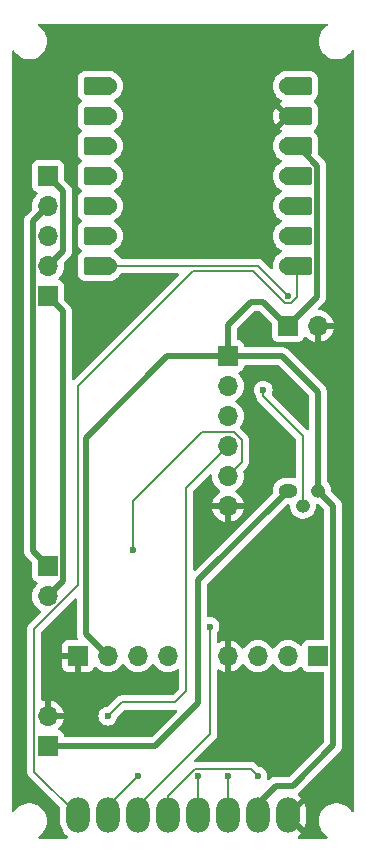
<source format=gtl>
%TF.GenerationSoftware,KiCad,Pcbnew,8.0.5*%
%TF.CreationDate,2024-11-23T17:52:30+00:00*%
%TF.ProjectId,DataGadget,44617461-4761-4646-9765-742e6b696361,rev?*%
%TF.SameCoordinates,Original*%
%TF.FileFunction,Copper,L1,Top*%
%TF.FilePolarity,Positive*%
%FSLAX46Y46*%
G04 Gerber Fmt 4.6, Leading zero omitted, Abs format (unit mm)*
G04 Created by KiCad (PCBNEW 8.0.5) date 2024-11-23 17:52:30*
%MOMM*%
%LPD*%
G01*
G04 APERTURE LIST*
G04 Aperture macros list*
%AMRoundRect*
0 Rectangle with rounded corners*
0 $1 Rounding radius*
0 $2 $3 $4 $5 $6 $7 $8 $9 X,Y pos of 4 corners*
0 Add a 4 corners polygon primitive as box body*
4,1,4,$2,$3,$4,$5,$6,$7,$8,$9,$2,$3,0*
0 Add four circle primitives for the rounded corners*
1,1,$1+$1,$2,$3*
1,1,$1+$1,$4,$5*
1,1,$1+$1,$6,$7*
1,1,$1+$1,$8,$9*
0 Add four rect primitives between the rounded corners*
20,1,$1+$1,$2,$3,$4,$5,0*
20,1,$1+$1,$4,$5,$6,$7,0*
20,1,$1+$1,$6,$7,$8,$9,0*
20,1,$1+$1,$8,$9,$2,$3,0*%
G04 Aperture macros list end*
%TA.AperFunction,ComponentPad*%
%ADD10R,1.700000X1.700000*%
%TD*%
%TA.AperFunction,ComponentPad*%
%ADD11O,1.700000X1.700000*%
%TD*%
%TA.AperFunction,SMDPad,CuDef*%
%ADD12O,2.000000X3.000000*%
%TD*%
%TA.AperFunction,SMDPad,CuDef*%
%ADD13RoundRect,0.152400X1.063600X0.609600X-1.063600X0.609600X-1.063600X-0.609600X1.063600X-0.609600X0*%
%TD*%
%TA.AperFunction,ComponentPad*%
%ADD14C,1.524000*%
%TD*%
%TA.AperFunction,SMDPad,CuDef*%
%ADD15RoundRect,0.152400X-1.063600X-0.609600X1.063600X-0.609600X1.063600X0.609600X-1.063600X0.609600X0*%
%TD*%
%TA.AperFunction,ComponentPad*%
%ADD16O,1.600000X1.200000*%
%TD*%
%TA.AperFunction,ComponentPad*%
%ADD17O,1.200000X1.200000*%
%TD*%
%TA.AperFunction,ViaPad*%
%ADD18C,0.600000*%
%TD*%
%TA.AperFunction,Conductor*%
%ADD19C,0.200000*%
%TD*%
%TA.AperFunction,Conductor*%
%ADD20C,0.500000*%
%TD*%
G04 APERTURE END LIST*
D10*
%TO.P,A1,1,GND*%
%TO.N,GND*%
X83820000Y-127000000D03*
D11*
%TO.P,A1,2,VCC*%
%TO.N,+3V3*%
X86360000Y-127000000D03*
%TO.P,A1,3,SCL*%
%TO.N,Net-(A1-SCL)*%
X88900000Y-127000000D03*
%TO.P,A1,4,SDA*%
%TO.N,Net-(A1-SDA)*%
X91440000Y-127000000D03*
%TD*%
D10*
%TO.P,J1,1,Pin_1*%
%TO.N,Net-(A2-A1_D1)*%
X104140000Y-127000000D03*
D11*
%TO.P,J1,2,Pin_2*%
%TO.N,Net-(A2-A2_D2)*%
X101600000Y-127000000D03*
%TO.P,J1,3,Pin_3*%
%TO.N,Net-(A2-A3_D3)*%
X99060000Y-127000000D03*
%TO.P,J1,4,Pin_4*%
%TO.N,GND*%
X96520000Y-127000000D03*
%TD*%
D10*
%TO.P,A3,1,3V3*%
%TO.N,+3V3*%
X96520000Y-101600000D03*
D11*
%TO.P,A3,2,CS*%
%TO.N,Net-(A2-A0_D0)*%
X96520000Y-104140000D03*
%TO.P,A3,3,MOSI*%
%TO.N,Net-(A2-MOSI_D10)*%
X96520000Y-106680000D03*
%TO.P,A3,4,CLK*%
%TO.N,Net-(A2-SCK_D8)*%
X96520000Y-109220000D03*
%TO.P,A3,5,MISO*%
%TO.N,Net-(A2-MISO_D9)*%
X96520000Y-111760000D03*
%TO.P,A3,6,GND*%
%TO.N,GND*%
X96520000Y-114300000D03*
%TD*%
D10*
%TO.P,BT1,1,+*%
%TO.N,Net-(BT1-+)*%
X81280000Y-119380000D03*
D11*
%TO.P,BT1,2,-*%
%TO.N,Net-(BT1--)*%
X81280000Y-121920000D03*
%TD*%
D10*
%TO.P,SW1,1,A*%
%TO.N,Net-(J2-Pin_2)*%
X81280000Y-86360000D03*
D11*
%TO.P,SW1,2,B*%
%TO.N,Net-(BT1-+)*%
X81280000Y-88900000D03*
%TO.P,SW1,3,C*%
%TO.N,unconnected-(SW1-C-Pad3)*%
X81280000Y-91440000D03*
%TD*%
D10*
%TO.P,J2,1,Pin_1*%
%TO.N,Net-(BT1--)*%
X81280000Y-96520000D03*
D11*
%TO.P,J2,2,Pin_2*%
%TO.N,Net-(J2-Pin_2)*%
X81280000Y-93980000D03*
%TD*%
D12*
%TO.P,J4,1,Pin_1*%
%TO.N,GND*%
X101600000Y-140500000D03*
%TO.P,J4,2,Pin_2*%
%TO.N,+3V3*%
X99060000Y-140500000D03*
%TO.P,J4,3,Pin_3*%
%TO.N,Net-(A1-SCL)*%
X96520000Y-140500000D03*
%TO.P,J4,4,Pin_4*%
%TO.N,Net-(A1-SDA)*%
X93980000Y-140500000D03*
%TO.P,J4,5,Pin_5*%
%TO.N,Net-(A2-MOSI_D10)*%
X91440000Y-140500000D03*
%TO.P,J4,6,Pin_6*%
%TO.N,Net-(A2-MISO_D9)*%
X88900000Y-140500000D03*
%TO.P,J4,7,Pin_7*%
%TO.N,Net-(A2-SCK_D8)*%
X86360000Y-140500000D03*
%TO.P,J4,8,Pin_8*%
%TO.N,Net-(A2-RX_D7)*%
X83820000Y-140500000D03*
%TD*%
D10*
%TO.P,C1,1*%
%TO.N,+3V3*%
X101600000Y-99060000D03*
D11*
%TO.P,C1,2*%
%TO.N,GND*%
X104140000Y-99060000D03*
%TD*%
D13*
%TO.P,A2,1,A0_D0*%
%TO.N,Net-(A2-A0_D0)*%
X85525000Y-78740000D03*
D14*
X86360000Y-78740000D03*
D13*
%TO.P,A2,2,A1_D1*%
%TO.N,Net-(A2-A1_D1)*%
X85525000Y-81280000D03*
D14*
X86360000Y-81280000D03*
D13*
%TO.P,A2,3,A2_D2*%
%TO.N,Net-(A2-A2_D2)*%
X85525000Y-83820000D03*
D14*
X86360000Y-83820000D03*
D13*
%TO.P,A2,4,A3_D3*%
%TO.N,Net-(A2-A3_D3)*%
X85525000Y-86360000D03*
D14*
X86360000Y-86360000D03*
D13*
%TO.P,A2,5,SDA_D4*%
%TO.N,Net-(A1-SDA)*%
X85525000Y-88900000D03*
D14*
X86360000Y-88900000D03*
D13*
%TO.P,A2,6,SCL_D5*%
%TO.N,Net-(A1-SCL)*%
X85525000Y-91440000D03*
D14*
X86360000Y-91440000D03*
D13*
%TO.P,A2,7,TX_D6*%
%TO.N,Net-(A2-TX_D6)*%
X85525000Y-93980000D03*
D14*
X86360000Y-93980000D03*
%TO.P,A2,8,RX_D7*%
%TO.N,Net-(A2-RX_D7)*%
X101600000Y-93980000D03*
D15*
X102435000Y-93980000D03*
D14*
%TO.P,A2,9,SCK_D8*%
%TO.N,Net-(A2-SCK_D8)*%
X101600000Y-91440000D03*
D15*
X102435000Y-91440000D03*
D14*
%TO.P,A2,10,MISO_D9*%
%TO.N,Net-(A2-MISO_D9)*%
X101600000Y-88900000D03*
D15*
X102435000Y-88900000D03*
D14*
%TO.P,A2,11,MOSI_D10*%
%TO.N,Net-(A2-MOSI_D10)*%
X101600000Y-86360000D03*
D15*
X102435000Y-86360000D03*
D14*
%TO.P,A2,12,3V3*%
%TO.N,+3V3*%
X101600000Y-83820000D03*
D15*
X102435000Y-83820000D03*
D14*
%TO.P,A2,13,GND*%
%TO.N,GND*%
X101600000Y-81280000D03*
D15*
X102435000Y-81280000D03*
D14*
%TO.P,A2,14,5V*%
%TO.N,unconnected-(A2-5V-Pad14)*%
X101600000Y-78740000D03*
D15*
X102435000Y-78740000D03*
%TD*%
D10*
%TO.P,J3,1,Pin_1*%
%TO.N,Net-(J3-Pin_1)*%
X81280000Y-134620000D03*
D11*
%TO.P,J3,2,Pin_2*%
%TO.N,GND*%
X81280000Y-132080000D03*
%TD*%
D16*
%TO.P,Q1,1,E*%
%TO.N,Net-(J3-Pin_1)*%
X101600000Y-113000000D03*
D17*
%TO.P,Q1,2,B*%
%TO.N,Net-(A2-TX_D6)*%
X102870000Y-114270000D03*
%TO.P,Q1,3,C*%
%TO.N,+3V3*%
X104140000Y-113000000D03*
%TD*%
D18*
%TO.N,Net-(A2-MISO_D9)*%
X88500000Y-118000000D03*
X95000000Y-124500000D03*
%TO.N,Net-(A2-TX_D6)*%
X99500000Y-104500000D03*
X101600000Y-96520000D03*
%TO.N,Net-(A2-SCK_D8)*%
X86360000Y-132080000D03*
X88900000Y-137160000D03*
%TO.N,Net-(A2-MOSI_D10)*%
X99060000Y-137160000D03*
%TO.N,Net-(A1-SCL)*%
X96520000Y-137160000D03*
%TO.N,Net-(A1-SDA)*%
X93980000Y-137160000D03*
%TD*%
D19*
%TO.N,Net-(A2-MISO_D9)*%
X97670000Y-110610000D02*
X96520000Y-111760000D01*
X97670000Y-108670000D02*
X97670000Y-110610000D01*
X97070000Y-108070000D02*
X97670000Y-108670000D01*
X88500000Y-113870000D02*
X94300000Y-108070000D01*
X95000000Y-133600000D02*
X95000000Y-124500000D01*
X94300000Y-108070000D02*
X97070000Y-108070000D01*
X93430000Y-135170000D02*
X95000000Y-133600000D01*
X88500000Y-118000000D02*
X88500000Y-113870000D01*
X88900000Y-139700000D02*
X88900000Y-140500000D01*
X93430000Y-135170000D02*
X88900000Y-139700000D01*
D20*
%TO.N,+3V3*%
X105440000Y-114300000D02*
X104140000Y-113000000D01*
X105440000Y-134560000D02*
X105440000Y-114300000D01*
X99060000Y-139500000D02*
X100560000Y-138000000D01*
X100560000Y-138000000D02*
X102000000Y-138000000D01*
X102000000Y-138000000D02*
X105440000Y-134560000D01*
X99060000Y-140500000D02*
X99060000Y-139500000D01*
%TO.N,Net-(J3-Pin_1)*%
X90380000Y-134620000D02*
X94000000Y-131000000D01*
X94000000Y-120600000D02*
X101600000Y-113000000D01*
X81280000Y-134620000D02*
X90380000Y-134620000D01*
X94000000Y-131000000D02*
X94000000Y-120600000D01*
D19*
%TO.N,Net-(A2-RX_D7)*%
X102361999Y-96606530D02*
X102361999Y-94741999D01*
X102361999Y-94741999D02*
X101600000Y-93980000D01*
X101848529Y-97120000D02*
X102361999Y-96606530D01*
X101351471Y-97120000D02*
X101848529Y-97120000D01*
X98611471Y-94380000D02*
X101351471Y-97120000D01*
X93580000Y-94380000D02*
X98611471Y-94380000D01*
X83820000Y-104140000D02*
X93580000Y-94380000D01*
X80130000Y-124696346D02*
X83820000Y-121006346D01*
X80130000Y-136810000D02*
X80130000Y-124696346D01*
X83820000Y-121006346D02*
X83820000Y-104140000D01*
X83820000Y-140500000D02*
X80130000Y-136810000D01*
%TO.N,Net-(A2-TX_D6)*%
X102870000Y-108370000D02*
X102870000Y-114270000D01*
X99500000Y-105000000D02*
X102870000Y-108370000D01*
X99500000Y-104500000D02*
X99500000Y-105000000D01*
X99060000Y-93980000D02*
X101600000Y-96520000D01*
X86360000Y-93980000D02*
X99060000Y-93980000D01*
%TO.N,Net-(A2-SCK_D8)*%
X93000000Y-112740000D02*
X96520000Y-109220000D01*
X93000000Y-130000000D02*
X93000000Y-112740000D01*
X92070000Y-130930000D02*
X93000000Y-130000000D01*
X87510000Y-130930000D02*
X92070000Y-130930000D01*
X86360000Y-132080000D02*
X87510000Y-130930000D01*
X86360000Y-139700000D02*
X88900000Y-137160000D01*
X86360000Y-140500000D02*
X86360000Y-139700000D01*
%TO.N,Net-(A2-MOSI_D10)*%
X98460000Y-136560000D02*
X99060000Y-137160000D01*
X93731471Y-136560000D02*
X98460000Y-136560000D01*
X91440000Y-138851471D02*
X93731471Y-136560000D01*
X91440000Y-140500000D02*
X91440000Y-138851471D01*
%TO.N,Net-(A1-SCL)*%
X96520000Y-140500000D02*
X96520000Y-137160000D01*
%TO.N,Net-(A1-SDA)*%
X93980000Y-140500000D02*
X93980000Y-137160000D01*
D20*
%TO.N,+3V3*%
X96520000Y-98980000D02*
X96520000Y-101600000D01*
X98500000Y-97000000D02*
X96520000Y-98980000D01*
X99500000Y-97000000D02*
X98500000Y-97000000D01*
X101560000Y-99060000D02*
X99500000Y-97000000D01*
X101600000Y-99060000D02*
X101560000Y-99060000D01*
X84500000Y-108500000D02*
X91400000Y-101600000D01*
X84500000Y-125140000D02*
X84500000Y-108500000D01*
X86360000Y-127000000D02*
X84500000Y-125140000D01*
X91400000Y-101600000D02*
X96520000Y-101600000D01*
X101100000Y-101600000D02*
X104140000Y-104640000D01*
X96520000Y-101600000D02*
X101100000Y-101600000D01*
X104140000Y-104640000D02*
X104140000Y-113000000D01*
X104101000Y-96559000D02*
X104101000Y-85486000D01*
X104101000Y-85486000D02*
X102435000Y-83820000D01*
X102435000Y-83820000D02*
X101600000Y-83820000D01*
X101600000Y-99060000D02*
X104101000Y-96559000D01*
%TO.N,Net-(BT1--)*%
X82580000Y-97820000D02*
X81280000Y-96520000D01*
X81280000Y-121920000D02*
X82580000Y-120620000D01*
X82580000Y-120620000D02*
X82580000Y-97820000D01*
%TO.N,Net-(J2-Pin_2)*%
X82580000Y-92680000D02*
X81280000Y-93980000D01*
X82580000Y-87660000D02*
X82580000Y-92680000D01*
X81280000Y-86360000D02*
X82580000Y-87660000D01*
%TO.N,Net-(BT1-+)*%
X79980000Y-90200000D02*
X81280000Y-88900000D01*
X79980000Y-118080000D02*
X79980000Y-90200000D01*
X81280000Y-119380000D02*
X79980000Y-118080000D01*
%TD*%
%TA.AperFunction,Conductor*%
%TO.N,GND*%
G36*
X104905546Y-73470185D02*
G01*
X104951301Y-73522989D01*
X104961245Y-73592147D01*
X104932220Y-73655703D01*
X104897526Y-73683554D01*
X104894785Y-73685037D01*
X104886493Y-73689524D01*
X104690257Y-73842261D01*
X104521833Y-74025217D01*
X104385826Y-74233393D01*
X104285936Y-74461118D01*
X104224892Y-74702175D01*
X104224890Y-74702187D01*
X104204357Y-74949994D01*
X104204357Y-74950005D01*
X104224890Y-75197812D01*
X104224892Y-75197824D01*
X104285936Y-75438881D01*
X104385826Y-75666606D01*
X104521833Y-75874782D01*
X104521836Y-75874785D01*
X104690256Y-76057738D01*
X104886491Y-76210474D01*
X105105190Y-76328828D01*
X105340386Y-76409571D01*
X105585665Y-76450500D01*
X105834335Y-76450500D01*
X106079614Y-76409571D01*
X106314810Y-76328828D01*
X106533509Y-76210474D01*
X106729744Y-76057738D01*
X106898164Y-75874785D01*
X106981691Y-75746937D01*
X107034837Y-75701580D01*
X107104069Y-75692156D01*
X107167404Y-75721658D01*
X107204736Y-75780718D01*
X107209500Y-75814758D01*
X107209500Y-140085241D01*
X107189815Y-140152280D01*
X107137011Y-140198035D01*
X107067853Y-140207979D01*
X107004297Y-140178954D01*
X106981691Y-140153063D01*
X106959620Y-140119281D01*
X106898164Y-140025215D01*
X106729744Y-139842262D01*
X106533509Y-139689526D01*
X106533507Y-139689525D01*
X106533506Y-139689524D01*
X106314811Y-139571172D01*
X106314802Y-139571169D01*
X106079616Y-139490429D01*
X105834335Y-139449500D01*
X105585665Y-139449500D01*
X105340383Y-139490429D01*
X105105197Y-139571169D01*
X105105188Y-139571172D01*
X104886493Y-139689524D01*
X104690257Y-139842261D01*
X104521833Y-140025217D01*
X104385826Y-140233393D01*
X104285936Y-140461118D01*
X104224892Y-140702175D01*
X104224890Y-140702187D01*
X104204357Y-140949994D01*
X104204357Y-140950005D01*
X104224890Y-141197812D01*
X104224892Y-141197824D01*
X104285936Y-141438881D01*
X104385826Y-141666606D01*
X104521833Y-141874782D01*
X104544848Y-141899783D01*
X104690256Y-142057738D01*
X104886491Y-142210474D01*
X104897525Y-142216445D01*
X104947115Y-142265665D01*
X104962223Y-142333881D01*
X104938053Y-142399437D01*
X104882277Y-142441518D01*
X104838507Y-142449500D01*
X102538519Y-142449500D01*
X102471480Y-142429815D01*
X102425725Y-142377011D01*
X102415781Y-142307853D01*
X102444806Y-142244297D01*
X102465634Y-142225182D01*
X102577180Y-142144138D01*
X102577186Y-142144133D01*
X102733883Y-141987436D01*
X102733883Y-141987435D01*
X101334128Y-140587680D01*
X101300643Y-140526357D01*
X101302528Y-140499999D01*
X101953553Y-140499999D01*
X101953553Y-140500001D01*
X102999728Y-141546176D01*
X103063065Y-141351245D01*
X103100000Y-141118052D01*
X103100000Y-139881947D01*
X103063065Y-139648751D01*
X102999729Y-139453823D01*
X102999728Y-139453822D01*
X101953553Y-140499999D01*
X101302528Y-140499999D01*
X101305627Y-140456665D01*
X101334128Y-140412318D01*
X101600000Y-140146447D01*
X102733883Y-139012564D01*
X102733883Y-139012562D01*
X102577187Y-138855867D01*
X102577185Y-138855866D01*
X102478127Y-138783895D01*
X102435462Y-138728565D01*
X102429483Y-138658951D01*
X102462089Y-138597156D01*
X102474028Y-138587221D01*
X102473701Y-138586822D01*
X102478410Y-138582955D01*
X102478416Y-138582952D01*
X106022952Y-135038415D01*
X106089903Y-134938215D01*
X106105084Y-134915495D01*
X106152392Y-134801284D01*
X106161659Y-134778912D01*
X106190500Y-134633917D01*
X106190500Y-134486082D01*
X106190500Y-114226082D01*
X106182573Y-114186233D01*
X106161659Y-114081088D01*
X106128518Y-114001080D01*
X106128518Y-114001079D01*
X106105085Y-113944506D01*
X106105083Y-113944503D01*
X106022954Y-113821588D01*
X106022953Y-113821587D01*
X106022951Y-113821584D01*
X105918416Y-113717049D01*
X105281352Y-113079985D01*
X105247867Y-113018662D01*
X105245562Y-113003745D01*
X105226397Y-112796917D01*
X105170582Y-112600750D01*
X105159032Y-112577555D01*
X105089458Y-112437830D01*
X105079673Y-112418179D01*
X104956764Y-112255421D01*
X104930960Y-112231897D01*
X104894680Y-112172185D01*
X104890500Y-112140261D01*
X104890500Y-104566079D01*
X104861659Y-104421092D01*
X104861658Y-104421091D01*
X104861658Y-104421087D01*
X104861656Y-104421082D01*
X104805087Y-104284511D01*
X104805080Y-104284498D01*
X104722952Y-104161585D01*
X104701366Y-104139999D01*
X104618416Y-104057049D01*
X101578416Y-101017048D01*
X101578415Y-101017047D01*
X101578413Y-101017045D01*
X101529179Y-100984150D01*
X101496355Y-100962218D01*
X101455495Y-100934916D01*
X101455494Y-100934915D01*
X101455492Y-100934914D01*
X101455490Y-100934913D01*
X101318917Y-100878343D01*
X101318907Y-100878340D01*
X101173920Y-100849500D01*
X101173918Y-100849500D01*
X97994499Y-100849500D01*
X97927460Y-100829815D01*
X97881705Y-100777011D01*
X97870499Y-100725500D01*
X97870499Y-100702129D01*
X97870498Y-100702123D01*
X97870497Y-100702116D01*
X97864091Y-100642517D01*
X97813796Y-100507669D01*
X97813795Y-100507668D01*
X97813793Y-100507664D01*
X97727547Y-100392455D01*
X97727544Y-100392452D01*
X97612335Y-100306206D01*
X97612328Y-100306202D01*
X97477482Y-100255908D01*
X97477483Y-100255908D01*
X97417883Y-100249501D01*
X97417881Y-100249500D01*
X97417873Y-100249500D01*
X97417865Y-100249500D01*
X97394500Y-100249500D01*
X97327461Y-100229815D01*
X97281706Y-100177011D01*
X97270500Y-100125500D01*
X97270500Y-99342230D01*
X97290185Y-99275191D01*
X97306819Y-99254549D01*
X98774549Y-97786819D01*
X98835872Y-97753334D01*
X98862230Y-97750500D01*
X99137770Y-97750500D01*
X99204809Y-97770185D01*
X99225451Y-97786819D01*
X100213181Y-98774549D01*
X100246666Y-98835872D01*
X100249500Y-98862230D01*
X100249500Y-99957870D01*
X100249501Y-99957876D01*
X100255908Y-100017483D01*
X100306202Y-100152328D01*
X100306206Y-100152335D01*
X100392452Y-100267544D01*
X100392455Y-100267547D01*
X100507664Y-100353793D01*
X100507671Y-100353797D01*
X100642517Y-100404091D01*
X100642516Y-100404091D01*
X100649444Y-100404835D01*
X100702127Y-100410500D01*
X102497872Y-100410499D01*
X102557483Y-100404091D01*
X102692331Y-100353796D01*
X102807546Y-100267546D01*
X102893796Y-100152331D01*
X102943002Y-100020401D01*
X102984872Y-99964468D01*
X103050337Y-99940050D01*
X103118610Y-99954901D01*
X103146865Y-99976053D01*
X103268917Y-100098105D01*
X103462421Y-100233600D01*
X103676507Y-100333429D01*
X103676516Y-100333433D01*
X103890000Y-100390634D01*
X103890000Y-99493012D01*
X103947007Y-99525925D01*
X104074174Y-99560000D01*
X104205826Y-99560000D01*
X104332993Y-99525925D01*
X104390000Y-99493012D01*
X104390000Y-100390633D01*
X104603483Y-100333433D01*
X104603492Y-100333429D01*
X104817578Y-100233600D01*
X105011082Y-100098105D01*
X105178105Y-99931082D01*
X105313600Y-99737578D01*
X105413429Y-99523492D01*
X105413432Y-99523486D01*
X105470636Y-99310000D01*
X104573012Y-99310000D01*
X104605925Y-99252993D01*
X104640000Y-99125826D01*
X104640000Y-98994174D01*
X104605925Y-98867007D01*
X104573012Y-98810000D01*
X105470636Y-98810000D01*
X105470635Y-98809999D01*
X105413432Y-98596513D01*
X105413429Y-98596507D01*
X105313600Y-98382422D01*
X105313599Y-98382420D01*
X105178113Y-98188926D01*
X105178108Y-98188920D01*
X105011082Y-98021894D01*
X104817578Y-97886399D01*
X104603492Y-97786570D01*
X104603483Y-97786566D01*
X104375326Y-97725432D01*
X104375316Y-97725430D01*
X104291362Y-97718085D01*
X104226293Y-97692632D01*
X104185315Y-97636041D01*
X104181437Y-97566279D01*
X104214485Y-97506881D01*
X104683951Y-97037416D01*
X104766084Y-96914495D01*
X104822658Y-96777913D01*
X104832096Y-96730462D01*
X104851500Y-96632920D01*
X104851500Y-85412079D01*
X104822659Y-85267092D01*
X104822658Y-85267091D01*
X104822658Y-85267087D01*
X104766084Y-85130505D01*
X104732062Y-85079587D01*
X104732062Y-85079586D01*
X104683950Y-85007581D01*
X104187819Y-84511450D01*
X104154334Y-84450127D01*
X104151500Y-84423769D01*
X104151500Y-83144473D01*
X104151499Y-83144458D01*
X104148587Y-83107453D01*
X104148586Y-83107447D01*
X104102565Y-82949045D01*
X104102564Y-82949042D01*
X104102564Y-82949041D01*
X104018592Y-82807053D01*
X104018590Y-82807051D01*
X104018587Y-82807047D01*
X103901952Y-82690412D01*
X103901948Y-82690409D01*
X103901947Y-82690408D01*
X103844511Y-82656440D01*
X103796829Y-82605371D01*
X103784326Y-82536630D01*
X103810972Y-82472040D01*
X103844514Y-82442976D01*
X103901637Y-82409193D01*
X103901643Y-82409189D01*
X104018189Y-82292643D01*
X104018196Y-82292634D01*
X104102102Y-82150756D01*
X104102103Y-82150753D01*
X104148088Y-81992473D01*
X104148089Y-81992467D01*
X104150999Y-81955488D01*
X104150999Y-80604530D01*
X104150998Y-80604508D01*
X104148089Y-80567533D01*
X104102102Y-80409242D01*
X104018196Y-80267365D01*
X104018189Y-80267356D01*
X103901643Y-80150810D01*
X103901634Y-80150803D01*
X103844513Y-80117022D01*
X103796829Y-80065953D01*
X103784326Y-79997211D01*
X103810972Y-79932622D01*
X103844514Y-79903558D01*
X103901941Y-79869596D01*
X103901942Y-79869594D01*
X103901947Y-79869592D01*
X104018592Y-79752947D01*
X104102564Y-79610959D01*
X104148587Y-79452548D01*
X104151500Y-79415534D01*
X104151500Y-78064466D01*
X104148587Y-78027452D01*
X104102564Y-77869041D01*
X104018592Y-77727053D01*
X104018590Y-77727051D01*
X104018587Y-77727047D01*
X103901952Y-77610412D01*
X103901943Y-77610405D01*
X103759957Y-77526435D01*
X103759954Y-77526434D01*
X103601552Y-77480413D01*
X103601546Y-77480412D01*
X103564541Y-77477500D01*
X103564534Y-77477500D01*
X101660540Y-77477500D01*
X101649733Y-77477028D01*
X101625750Y-77474929D01*
X101600001Y-77472677D01*
X101599999Y-77472677D01*
X101574249Y-77474929D01*
X101550266Y-77477028D01*
X101539460Y-77477500D01*
X101305458Y-77477500D01*
X101268453Y-77480412D01*
X101268447Y-77480413D01*
X101110045Y-77526434D01*
X101110042Y-77526435D01*
X100968056Y-77610405D01*
X100968046Y-77610413D01*
X100872792Y-77705666D01*
X100856237Y-77719558D01*
X100785382Y-77769172D01*
X100629172Y-77925381D01*
X100502466Y-78106338D01*
X100502465Y-78106340D01*
X100409107Y-78306548D01*
X100409104Y-78306554D01*
X100351930Y-78519929D01*
X100351929Y-78519937D01*
X100332677Y-78739997D01*
X100332677Y-78740002D01*
X100351929Y-78960062D01*
X100351930Y-78960070D01*
X100409104Y-79173445D01*
X100409105Y-79173447D01*
X100409106Y-79173450D01*
X100502466Y-79373662D01*
X100502468Y-79373666D01*
X100557705Y-79452552D01*
X100629174Y-79554620D01*
X100785380Y-79710826D01*
X100856246Y-79760446D01*
X100872789Y-79774328D01*
X100968053Y-79869592D01*
X100968054Y-79869593D01*
X100968056Y-79869594D01*
X101025486Y-79903558D01*
X101073170Y-79954627D01*
X101085673Y-80023369D01*
X101059028Y-80087958D01*
X101025487Y-80117021D01*
X100968370Y-80150800D01*
X100968357Y-80150810D01*
X100896360Y-80222806D01*
X100896360Y-80222807D01*
X101515905Y-80842352D01*
X101428429Y-80865792D01*
X101327070Y-80924311D01*
X101244311Y-81007070D01*
X101185792Y-81108429D01*
X101162352Y-81195905D01*
X100548258Y-80581811D01*
X100502901Y-80646590D01*
X100409579Y-80846720D01*
X100409575Y-80846729D01*
X100352426Y-81060013D01*
X100352424Y-81060023D01*
X100333179Y-81279999D01*
X100333179Y-81280000D01*
X100352424Y-81499976D01*
X100352426Y-81499986D01*
X100409575Y-81713270D01*
X100409580Y-81713284D01*
X100502898Y-81913405D01*
X100502901Y-81913411D01*
X100548258Y-81978187D01*
X100548259Y-81978188D01*
X101162352Y-81364094D01*
X101185792Y-81451571D01*
X101244311Y-81552930D01*
X101327070Y-81635689D01*
X101428429Y-81694208D01*
X101515904Y-81717646D01*
X100896360Y-82337191D01*
X100968360Y-82409192D01*
X100968364Y-82409195D01*
X101025486Y-82442977D01*
X101073169Y-82494046D01*
X101085673Y-82562788D01*
X101059028Y-82627377D01*
X101025487Y-82656440D01*
X100968058Y-82690403D01*
X100968046Y-82690413D01*
X100872792Y-82785666D01*
X100856237Y-82799558D01*
X100785382Y-82849172D01*
X100629172Y-83005381D01*
X100502466Y-83186338D01*
X100502465Y-83186340D01*
X100409107Y-83386548D01*
X100409104Y-83386554D01*
X100351930Y-83599929D01*
X100351929Y-83599937D01*
X100332677Y-83819997D01*
X100332677Y-83820002D01*
X100351929Y-84040062D01*
X100351930Y-84040070D01*
X100409104Y-84253445D01*
X100409105Y-84253447D01*
X100409106Y-84253450D01*
X100488527Y-84423769D01*
X100502466Y-84453662D01*
X100502468Y-84453666D01*
X100557705Y-84532552D01*
X100629174Y-84634620D01*
X100785380Y-84790826D01*
X100856246Y-84840446D01*
X100872789Y-84854328D01*
X100968053Y-84949592D01*
X101024996Y-84983268D01*
X101072679Y-85034338D01*
X101085182Y-85103079D01*
X101058536Y-85167669D01*
X101024996Y-85196732D01*
X100968053Y-85230408D01*
X100968046Y-85230413D01*
X100872792Y-85325666D01*
X100856237Y-85339558D01*
X100785382Y-85389172D01*
X100629172Y-85545381D01*
X100502466Y-85726338D01*
X100502465Y-85726340D01*
X100409107Y-85926548D01*
X100409104Y-85926554D01*
X100351930Y-86139929D01*
X100351929Y-86139937D01*
X100332677Y-86359997D01*
X100332677Y-86360002D01*
X100351929Y-86580062D01*
X100351930Y-86580070D01*
X100409104Y-86793445D01*
X100409105Y-86793447D01*
X100409106Y-86793450D01*
X100502466Y-86993662D01*
X100502468Y-86993666D01*
X100629170Y-87174615D01*
X100629174Y-87174620D01*
X100785380Y-87330826D01*
X100856246Y-87380446D01*
X100872789Y-87394328D01*
X100968053Y-87489592D01*
X101024996Y-87523268D01*
X101072679Y-87574338D01*
X101085182Y-87643079D01*
X101058536Y-87707669D01*
X101024996Y-87736732D01*
X100968053Y-87770408D01*
X100968046Y-87770413D01*
X100872792Y-87865666D01*
X100856237Y-87879558D01*
X100785382Y-87929172D01*
X100629172Y-88085381D01*
X100502466Y-88266338D01*
X100502465Y-88266340D01*
X100409107Y-88466548D01*
X100409104Y-88466554D01*
X100351930Y-88679929D01*
X100351929Y-88679937D01*
X100332677Y-88899997D01*
X100332677Y-88900002D01*
X100351929Y-89120062D01*
X100351930Y-89120070D01*
X100409104Y-89333445D01*
X100409105Y-89333447D01*
X100409106Y-89333450D01*
X100502466Y-89533662D01*
X100502468Y-89533666D01*
X100557705Y-89612552D01*
X100629174Y-89714620D01*
X100785380Y-89870826D01*
X100856246Y-89920446D01*
X100872789Y-89934328D01*
X100968053Y-90029592D01*
X101024996Y-90063268D01*
X101072679Y-90114338D01*
X101085182Y-90183079D01*
X101058536Y-90247669D01*
X101024996Y-90276732D01*
X100968053Y-90310408D01*
X100968046Y-90310413D01*
X100872792Y-90405666D01*
X100856237Y-90419558D01*
X100785382Y-90469172D01*
X100629172Y-90625381D01*
X100502466Y-90806338D01*
X100502465Y-90806340D01*
X100409107Y-91006548D01*
X100409104Y-91006554D01*
X100351930Y-91219929D01*
X100351929Y-91219937D01*
X100332677Y-91439997D01*
X100332677Y-91440002D01*
X100351929Y-91660062D01*
X100351930Y-91660070D01*
X100409104Y-91873445D01*
X100409105Y-91873447D01*
X100409106Y-91873450D01*
X100502466Y-92073662D01*
X100502468Y-92073666D01*
X100557705Y-92152552D01*
X100629174Y-92254620D01*
X100785380Y-92410826D01*
X100856246Y-92460446D01*
X100872789Y-92474328D01*
X100968053Y-92569592D01*
X101024996Y-92603268D01*
X101072679Y-92654338D01*
X101085182Y-92723079D01*
X101058536Y-92787669D01*
X101024996Y-92816732D01*
X100968053Y-92850408D01*
X100968046Y-92850413D01*
X100872792Y-92945666D01*
X100856237Y-92959558D01*
X100785382Y-93009172D01*
X100629172Y-93165381D01*
X100502466Y-93346338D01*
X100502465Y-93346340D01*
X100409107Y-93546548D01*
X100409104Y-93546554D01*
X100351930Y-93759929D01*
X100351929Y-93759937D01*
X100332677Y-93979997D01*
X100332677Y-93980002D01*
X100343582Y-94104650D01*
X100329815Y-94173150D01*
X100281200Y-94223333D01*
X100213171Y-94239266D01*
X100147328Y-94215890D01*
X100132373Y-94203138D01*
X99547590Y-93618355D01*
X99547588Y-93618352D01*
X99428717Y-93499481D01*
X99428716Y-93499480D01*
X99341904Y-93449360D01*
X99341904Y-93449359D01*
X99341900Y-93449358D01*
X99291785Y-93420423D01*
X99139057Y-93379499D01*
X98980943Y-93379499D01*
X98973347Y-93379499D01*
X98973331Y-93379500D01*
X87545304Y-93379500D01*
X87478265Y-93359815D01*
X87443729Y-93326623D01*
X87330827Y-93165381D01*
X87274044Y-93108598D01*
X87174620Y-93009174D01*
X87174616Y-93009171D01*
X87174615Y-93009170D01*
X87103761Y-92959558D01*
X87087208Y-92945669D01*
X86991947Y-92850408D01*
X86935003Y-92816731D01*
X86887321Y-92765663D01*
X86874817Y-92696921D01*
X86901462Y-92632332D01*
X86935004Y-92603268D01*
X86991947Y-92569592D01*
X87087210Y-92474327D01*
X87103756Y-92460443D01*
X87174620Y-92410826D01*
X87330826Y-92254620D01*
X87457534Y-92073662D01*
X87550894Y-91873450D01*
X87608070Y-91660068D01*
X87627323Y-91440000D01*
X87608070Y-91219932D01*
X87550894Y-91006550D01*
X87457534Y-90806339D01*
X87330826Y-90625380D01*
X87174620Y-90469174D01*
X87174616Y-90469171D01*
X87174615Y-90469170D01*
X87103761Y-90419558D01*
X87087208Y-90405669D01*
X86991947Y-90310408D01*
X86935003Y-90276731D01*
X86887321Y-90225663D01*
X86874817Y-90156921D01*
X86901462Y-90092332D01*
X86935004Y-90063268D01*
X86991947Y-90029592D01*
X87087210Y-89934327D01*
X87103756Y-89920443D01*
X87174620Y-89870826D01*
X87330826Y-89714620D01*
X87457534Y-89533662D01*
X87550894Y-89333450D01*
X87608070Y-89120068D01*
X87627323Y-88900000D01*
X87608070Y-88679932D01*
X87550894Y-88466550D01*
X87457534Y-88266339D01*
X87330826Y-88085380D01*
X87174620Y-87929174D01*
X87174616Y-87929171D01*
X87174615Y-87929170D01*
X87103761Y-87879558D01*
X87087208Y-87865669D01*
X86991947Y-87770408D01*
X86935003Y-87736731D01*
X86887321Y-87685663D01*
X86874817Y-87616921D01*
X86901462Y-87552332D01*
X86935004Y-87523268D01*
X86991947Y-87489592D01*
X87087210Y-87394327D01*
X87103756Y-87380443D01*
X87174620Y-87330826D01*
X87330826Y-87174620D01*
X87457534Y-86993662D01*
X87550894Y-86793450D01*
X87608070Y-86580068D01*
X87627323Y-86360000D01*
X87608070Y-86139932D01*
X87550894Y-85926550D01*
X87457534Y-85726339D01*
X87330826Y-85545380D01*
X87174620Y-85389174D01*
X87174616Y-85389171D01*
X87174615Y-85389170D01*
X87103761Y-85339558D01*
X87087208Y-85325669D01*
X86991947Y-85230408D01*
X86935003Y-85196731D01*
X86887321Y-85145663D01*
X86874817Y-85076921D01*
X86901462Y-85012332D01*
X86935004Y-84983268D01*
X86991947Y-84949592D01*
X87087210Y-84854327D01*
X87103756Y-84840443D01*
X87174620Y-84790826D01*
X87330826Y-84634620D01*
X87457534Y-84453662D01*
X87550894Y-84253450D01*
X87608070Y-84040068D01*
X87627323Y-83820000D01*
X87608070Y-83599932D01*
X87550894Y-83386550D01*
X87457534Y-83186339D01*
X87330826Y-83005380D01*
X87174620Y-82849174D01*
X87174616Y-82849171D01*
X87174615Y-82849170D01*
X87103761Y-82799558D01*
X87087208Y-82785669D01*
X86991947Y-82690408D01*
X86935003Y-82656731D01*
X86887321Y-82605663D01*
X86874817Y-82536921D01*
X86901462Y-82472332D01*
X86935004Y-82443268D01*
X86935498Y-82442976D01*
X86991947Y-82409592D01*
X87087210Y-82314327D01*
X87103756Y-82300443D01*
X87174620Y-82250826D01*
X87330826Y-82094620D01*
X87457534Y-81913662D01*
X87550894Y-81713450D01*
X87608070Y-81500068D01*
X87627323Y-81280000D01*
X87608070Y-81059932D01*
X87550894Y-80846550D01*
X87457534Y-80646339D01*
X87330826Y-80465380D01*
X87174620Y-80309174D01*
X87174616Y-80309171D01*
X87174615Y-80309170D01*
X87103761Y-80259558D01*
X87087208Y-80245669D01*
X86991947Y-80150408D01*
X86935003Y-80116731D01*
X86887321Y-80065663D01*
X86874817Y-79996921D01*
X86901462Y-79932332D01*
X86935004Y-79903268D01*
X86991947Y-79869592D01*
X87087210Y-79774327D01*
X87103756Y-79760443D01*
X87174620Y-79710826D01*
X87330826Y-79554620D01*
X87457534Y-79373662D01*
X87550894Y-79173450D01*
X87608070Y-78960068D01*
X87627323Y-78740000D01*
X87608070Y-78519932D01*
X87550894Y-78306550D01*
X87457534Y-78106339D01*
X87330826Y-77925380D01*
X87174620Y-77769174D01*
X87174616Y-77769171D01*
X87174615Y-77769170D01*
X87103761Y-77719558D01*
X87087208Y-77705669D01*
X86991947Y-77610408D01*
X86991946Y-77610407D01*
X86991943Y-77610405D01*
X86849957Y-77526435D01*
X86849954Y-77526434D01*
X86691552Y-77480413D01*
X86691546Y-77480412D01*
X86654541Y-77477500D01*
X86654534Y-77477500D01*
X86420540Y-77477500D01*
X86409733Y-77477028D01*
X86385750Y-77474929D01*
X86360001Y-77472677D01*
X86359999Y-77472677D01*
X86334249Y-77474929D01*
X86310266Y-77477028D01*
X86299460Y-77477500D01*
X84395458Y-77477500D01*
X84358453Y-77480412D01*
X84358447Y-77480413D01*
X84200045Y-77526434D01*
X84200042Y-77526435D01*
X84058056Y-77610405D01*
X84058047Y-77610412D01*
X83941412Y-77727047D01*
X83941405Y-77727056D01*
X83857435Y-77869042D01*
X83857434Y-77869045D01*
X83811413Y-78027447D01*
X83811412Y-78027453D01*
X83808500Y-78064458D01*
X83808500Y-79415541D01*
X83811412Y-79452546D01*
X83811413Y-79452552D01*
X83857434Y-79610954D01*
X83857435Y-79610957D01*
X83941405Y-79752943D01*
X83941412Y-79752952D01*
X84058047Y-79869587D01*
X84058050Y-79869589D01*
X84058053Y-79869592D01*
X84114996Y-79903268D01*
X84162679Y-79954338D01*
X84175182Y-80023079D01*
X84148536Y-80087669D01*
X84114996Y-80116731D01*
X84058056Y-80150406D01*
X84058053Y-80150408D01*
X84058047Y-80150412D01*
X83941412Y-80267047D01*
X83941405Y-80267056D01*
X83857435Y-80409042D01*
X83857434Y-80409045D01*
X83811413Y-80567447D01*
X83811412Y-80567453D01*
X83808500Y-80604458D01*
X83808500Y-81955541D01*
X83811412Y-81992546D01*
X83811413Y-81992552D01*
X83857434Y-82150954D01*
X83857435Y-82150957D01*
X83941405Y-82292943D01*
X83941412Y-82292952D01*
X84058047Y-82409587D01*
X84058050Y-82409589D01*
X84058053Y-82409592D01*
X84114502Y-82442976D01*
X84114996Y-82443268D01*
X84162679Y-82494338D01*
X84175182Y-82563079D01*
X84148536Y-82627669D01*
X84114996Y-82656732D01*
X84058053Y-82690408D01*
X84058047Y-82690412D01*
X83941412Y-82807047D01*
X83941405Y-82807056D01*
X83857435Y-82949042D01*
X83857434Y-82949045D01*
X83811413Y-83107447D01*
X83811412Y-83107453D01*
X83808500Y-83144458D01*
X83808500Y-84495541D01*
X83811412Y-84532546D01*
X83811413Y-84532552D01*
X83857434Y-84690954D01*
X83857435Y-84690957D01*
X83941405Y-84832943D01*
X83941412Y-84832952D01*
X84058047Y-84949587D01*
X84058050Y-84949589D01*
X84058053Y-84949592D01*
X84114996Y-84983268D01*
X84162679Y-85034338D01*
X84175182Y-85103079D01*
X84148536Y-85167669D01*
X84114996Y-85196732D01*
X84058053Y-85230408D01*
X84058047Y-85230412D01*
X83941412Y-85347047D01*
X83941405Y-85347056D01*
X83857435Y-85489042D01*
X83857434Y-85489045D01*
X83811413Y-85647447D01*
X83811412Y-85647453D01*
X83808500Y-85684458D01*
X83808500Y-87035541D01*
X83811412Y-87072546D01*
X83811413Y-87072552D01*
X83857434Y-87230954D01*
X83857435Y-87230957D01*
X83941405Y-87372943D01*
X83941412Y-87372952D01*
X84058047Y-87489587D01*
X84058050Y-87489589D01*
X84058053Y-87489592D01*
X84114996Y-87523268D01*
X84162679Y-87574338D01*
X84175182Y-87643079D01*
X84148536Y-87707669D01*
X84114996Y-87736732D01*
X84058053Y-87770408D01*
X84058047Y-87770412D01*
X83941412Y-87887047D01*
X83941405Y-87887056D01*
X83857435Y-88029042D01*
X83857434Y-88029045D01*
X83811413Y-88187447D01*
X83811412Y-88187453D01*
X83808500Y-88224458D01*
X83808500Y-89575541D01*
X83811412Y-89612546D01*
X83811413Y-89612552D01*
X83857434Y-89770954D01*
X83857435Y-89770957D01*
X83857436Y-89770959D01*
X83876218Y-89802718D01*
X83941405Y-89912943D01*
X83941412Y-89912952D01*
X84058047Y-90029587D01*
X84058050Y-90029589D01*
X84058053Y-90029592D01*
X84114996Y-90063268D01*
X84162679Y-90114338D01*
X84175182Y-90183079D01*
X84148536Y-90247669D01*
X84114996Y-90276732D01*
X84058053Y-90310408D01*
X84058047Y-90310412D01*
X83941412Y-90427047D01*
X83941405Y-90427056D01*
X83857435Y-90569042D01*
X83857434Y-90569045D01*
X83811413Y-90727447D01*
X83811412Y-90727453D01*
X83808500Y-90764458D01*
X83808500Y-92115541D01*
X83811412Y-92152546D01*
X83811413Y-92152552D01*
X83857434Y-92310954D01*
X83857435Y-92310957D01*
X83941405Y-92452943D01*
X83941412Y-92452952D01*
X84058047Y-92569587D01*
X84058050Y-92569589D01*
X84058053Y-92569592D01*
X84114996Y-92603268D01*
X84162679Y-92654338D01*
X84175182Y-92723079D01*
X84148536Y-92787669D01*
X84114996Y-92816732D01*
X84058053Y-92850408D01*
X84058047Y-92850412D01*
X83941412Y-92967047D01*
X83941405Y-92967056D01*
X83857435Y-93109042D01*
X83857434Y-93109045D01*
X83811413Y-93267447D01*
X83811412Y-93267453D01*
X83808500Y-93304458D01*
X83808500Y-94655541D01*
X83811412Y-94692546D01*
X83811413Y-94692552D01*
X83857434Y-94850954D01*
X83857435Y-94850957D01*
X83857436Y-94850959D01*
X83876218Y-94882718D01*
X83941405Y-94992943D01*
X83941412Y-94992952D01*
X84058047Y-95109587D01*
X84058051Y-95109590D01*
X84058053Y-95109592D01*
X84200041Y-95193564D01*
X84218022Y-95198788D01*
X84358447Y-95239586D01*
X84358450Y-95239586D01*
X84358452Y-95239587D01*
X84395466Y-95242500D01*
X86299460Y-95242500D01*
X86310266Y-95242971D01*
X86334249Y-95245070D01*
X86359999Y-95247323D01*
X86360000Y-95247323D01*
X86360001Y-95247323D01*
X86385750Y-95245070D01*
X86409733Y-95242971D01*
X86420540Y-95242500D01*
X86654526Y-95242500D01*
X86654534Y-95242500D01*
X86691548Y-95239587D01*
X86691550Y-95239586D01*
X86691552Y-95239586D01*
X86737619Y-95226202D01*
X86849959Y-95193564D01*
X86991947Y-95109592D01*
X87087210Y-95014327D01*
X87103756Y-95000443D01*
X87174620Y-94950826D01*
X87330826Y-94794620D01*
X87407196Y-94685550D01*
X87443730Y-94633377D01*
X87498307Y-94589752D01*
X87545305Y-94580500D01*
X92230903Y-94580500D01*
X92297942Y-94600185D01*
X92343697Y-94652989D01*
X92353641Y-94722147D01*
X92324616Y-94785703D01*
X92318584Y-94792180D01*
X87857771Y-99252993D01*
X83542181Y-103568583D01*
X83480858Y-103602068D01*
X83411166Y-103597084D01*
X83355233Y-103555212D01*
X83330816Y-103489748D01*
X83330500Y-103480902D01*
X83330500Y-97746079D01*
X83303895Y-97612332D01*
X83303893Y-97612323D01*
X83301659Y-97601088D01*
X83268278Y-97520501D01*
X83268278Y-97520500D01*
X83245085Y-97464507D01*
X83245080Y-97464498D01*
X83172246Y-97355495D01*
X83172245Y-97355493D01*
X83162954Y-97341588D01*
X83162950Y-97341583D01*
X82666818Y-96845451D01*
X82633333Y-96784128D01*
X82630499Y-96757770D01*
X82630499Y-95622129D01*
X82630498Y-95622123D01*
X82624091Y-95562516D01*
X82573797Y-95427671D01*
X82573793Y-95427664D01*
X82487547Y-95312455D01*
X82487544Y-95312452D01*
X82372335Y-95226206D01*
X82372328Y-95226202D01*
X82240917Y-95177189D01*
X82184983Y-95135318D01*
X82160566Y-95069853D01*
X82175418Y-95001580D01*
X82196563Y-94973332D01*
X82318495Y-94851401D01*
X82454035Y-94657830D01*
X82553903Y-94443663D01*
X82615063Y-94215408D01*
X82635659Y-93980000D01*
X82617022Y-93766984D01*
X82630788Y-93698485D01*
X82652865Y-93668500D01*
X83162952Y-93158415D01*
X83196238Y-93108599D01*
X83245084Y-93035495D01*
X83264550Y-92988500D01*
X83284016Y-92941506D01*
X83301657Y-92898916D01*
X83301659Y-92898912D01*
X83330500Y-92753917D01*
X83330500Y-92606082D01*
X83330500Y-87586082D01*
X83326812Y-87567544D01*
X83324964Y-87558254D01*
X83322197Y-87544341D01*
X83301659Y-87441088D01*
X83288282Y-87408794D01*
X83255986Y-87330825D01*
X83255985Y-87330823D01*
X83245084Y-87304506D01*
X83245084Y-87304505D01*
X83162951Y-87181584D01*
X83058416Y-87077049D01*
X82666818Y-86685451D01*
X82633333Y-86624128D01*
X82630499Y-86597770D01*
X82630499Y-85462129D01*
X82630498Y-85462123D01*
X82630497Y-85462116D01*
X82624091Y-85402517D01*
X82619114Y-85389174D01*
X82573797Y-85267671D01*
X82573793Y-85267664D01*
X82487547Y-85152455D01*
X82487544Y-85152452D01*
X82372335Y-85066206D01*
X82372328Y-85066202D01*
X82237482Y-85015908D01*
X82237483Y-85015908D01*
X82177883Y-85009501D01*
X82177881Y-85009500D01*
X82177873Y-85009500D01*
X82177864Y-85009500D01*
X80382129Y-85009500D01*
X80382123Y-85009501D01*
X80322516Y-85015908D01*
X80187671Y-85066202D01*
X80187664Y-85066206D01*
X80072455Y-85152452D01*
X80072452Y-85152455D01*
X79986206Y-85267664D01*
X79986202Y-85267671D01*
X79935908Y-85402517D01*
X79929501Y-85462116D01*
X79929501Y-85462123D01*
X79929500Y-85462135D01*
X79929500Y-87257870D01*
X79929501Y-87257876D01*
X79935908Y-87317483D01*
X79986202Y-87452328D01*
X79986206Y-87452335D01*
X80072452Y-87567544D01*
X80072455Y-87567547D01*
X80187664Y-87653793D01*
X80187671Y-87653797D01*
X80319081Y-87702810D01*
X80375015Y-87744681D01*
X80399432Y-87810145D01*
X80384580Y-87878418D01*
X80363430Y-87906673D01*
X80241503Y-88028600D01*
X80105965Y-88222169D01*
X80105964Y-88222171D01*
X80006098Y-88436335D01*
X80006094Y-88436344D01*
X79944938Y-88664586D01*
X79944936Y-88664596D01*
X79924341Y-88899999D01*
X79924341Y-88900001D01*
X79942977Y-89113013D01*
X79929210Y-89181513D01*
X79907130Y-89211501D01*
X79397052Y-89721578D01*
X79397049Y-89721581D01*
X79363761Y-89771400D01*
X79363762Y-89771401D01*
X79314914Y-89844508D01*
X79258343Y-89981082D01*
X79258340Y-89981092D01*
X79229500Y-90126079D01*
X79229500Y-90126082D01*
X79229500Y-118153918D01*
X79229500Y-118153920D01*
X79229499Y-118153920D01*
X79258340Y-118298907D01*
X79258343Y-118298917D01*
X79314913Y-118435490D01*
X79314914Y-118435492D01*
X79345001Y-118480520D01*
X79345002Y-118480522D01*
X79397045Y-118558414D01*
X79397049Y-118558418D01*
X79893181Y-119054548D01*
X79926666Y-119115871D01*
X79929500Y-119142229D01*
X79929500Y-120277870D01*
X79929501Y-120277876D01*
X79935908Y-120337483D01*
X79986202Y-120472328D01*
X79986206Y-120472335D01*
X80072452Y-120587544D01*
X80072455Y-120587547D01*
X80187664Y-120673793D01*
X80187671Y-120673797D01*
X80319081Y-120722810D01*
X80375015Y-120764681D01*
X80399432Y-120830145D01*
X80384580Y-120898418D01*
X80363430Y-120926673D01*
X80241503Y-121048600D01*
X80105965Y-121242169D01*
X80105964Y-121242171D01*
X80006098Y-121456335D01*
X80006094Y-121456344D01*
X79944938Y-121684586D01*
X79944936Y-121684596D01*
X79924341Y-121919999D01*
X79924341Y-121920000D01*
X79944936Y-122155403D01*
X79944938Y-122155413D01*
X80006094Y-122383655D01*
X80006096Y-122383659D01*
X80006097Y-122383663D01*
X80105965Y-122597830D01*
X80105967Y-122597834D01*
X80214281Y-122752521D01*
X80241505Y-122791401D01*
X80408599Y-122958495D01*
X80505384Y-123026265D01*
X80602165Y-123094032D01*
X80602167Y-123094033D01*
X80602170Y-123094035D01*
X80633244Y-123108525D01*
X80685684Y-123154697D01*
X80704836Y-123221890D01*
X80684621Y-123288771D01*
X80668521Y-123308588D01*
X79761286Y-124215824D01*
X79649481Y-124327628D01*
X79649475Y-124327636D01*
X79613760Y-124389498D01*
X79613760Y-124389500D01*
X79570423Y-124464560D01*
X79570423Y-124464561D01*
X79529499Y-124617289D01*
X79529499Y-124617291D01*
X79529499Y-124785392D01*
X79529500Y-124785405D01*
X79529500Y-136723330D01*
X79529499Y-136723348D01*
X79529499Y-136889054D01*
X79529498Y-136889054D01*
X79570424Y-137041789D01*
X79570425Y-137041790D01*
X79593030Y-137080942D01*
X79593031Y-137080944D01*
X79649475Y-137178709D01*
X79649481Y-137178717D01*
X79768349Y-137297585D01*
X79768355Y-137297590D01*
X82283181Y-139812416D01*
X82316666Y-139873739D01*
X82319500Y-139900097D01*
X82319500Y-141118097D01*
X82356446Y-141351368D01*
X82429433Y-141575996D01*
X82516533Y-141746937D01*
X82536657Y-141786433D01*
X82675483Y-141977510D01*
X82842490Y-142144517D01*
X82953516Y-142225182D01*
X82996181Y-142280512D01*
X83002160Y-142350126D01*
X82969554Y-142411921D01*
X82908715Y-142446278D01*
X82880630Y-142449500D01*
X80581493Y-142449500D01*
X80514454Y-142429815D01*
X80468699Y-142377011D01*
X80458755Y-142307853D01*
X80487780Y-142244297D01*
X80522473Y-142216445D01*
X80533509Y-142210474D01*
X80729744Y-142057738D01*
X80898164Y-141874785D01*
X81034173Y-141666607D01*
X81134063Y-141438881D01*
X81195108Y-141197821D01*
X81201718Y-141118052D01*
X81215643Y-140950005D01*
X81215643Y-140949994D01*
X81195109Y-140702187D01*
X81195107Y-140702175D01*
X81134063Y-140461118D01*
X81034173Y-140233393D01*
X80898166Y-140025217D01*
X80876557Y-140001744D01*
X80729744Y-139842262D01*
X80533509Y-139689526D01*
X80533507Y-139689525D01*
X80533506Y-139689524D01*
X80314811Y-139571172D01*
X80314802Y-139571169D01*
X80079616Y-139490429D01*
X79834335Y-139449500D01*
X79585665Y-139449500D01*
X79340383Y-139490429D01*
X79105197Y-139571169D01*
X79105188Y-139571172D01*
X78886493Y-139689524D01*
X78728602Y-139812416D01*
X78690256Y-139842262D01*
X78661279Y-139873739D01*
X78521836Y-140025215D01*
X78438309Y-140153063D01*
X78385162Y-140198419D01*
X78315931Y-140207843D01*
X78252595Y-140178341D01*
X78215264Y-140119281D01*
X78210500Y-140085241D01*
X78210500Y-75814758D01*
X78230185Y-75747719D01*
X78282989Y-75701964D01*
X78352147Y-75692020D01*
X78415703Y-75721045D01*
X78438309Y-75746937D01*
X78521833Y-75874782D01*
X78521836Y-75874785D01*
X78690256Y-76057738D01*
X78886491Y-76210474D01*
X79105190Y-76328828D01*
X79340386Y-76409571D01*
X79585665Y-76450500D01*
X79834335Y-76450500D01*
X80079614Y-76409571D01*
X80314810Y-76328828D01*
X80533509Y-76210474D01*
X80729744Y-76057738D01*
X80898164Y-75874785D01*
X81034173Y-75666607D01*
X81134063Y-75438881D01*
X81195108Y-75197821D01*
X81195109Y-75197812D01*
X81215643Y-74950005D01*
X81215643Y-74949994D01*
X81195109Y-74702187D01*
X81195107Y-74702175D01*
X81134063Y-74461118D01*
X81034173Y-74233393D01*
X80898166Y-74025217D01*
X80876557Y-74001744D01*
X80729744Y-73842262D01*
X80533509Y-73689526D01*
X80533507Y-73689525D01*
X80533506Y-73689524D01*
X80527395Y-73686217D01*
X80522474Y-73683554D01*
X80472885Y-73634335D01*
X80457777Y-73566119D01*
X80481947Y-73500563D01*
X80537723Y-73458482D01*
X80581493Y-73450500D01*
X104838507Y-73450500D01*
X104905546Y-73470185D01*
G37*
%TD.AperFunction*%
%TA.AperFunction,Conductor*%
G36*
X96770000Y-128330633D02*
G01*
X96983483Y-128273433D01*
X96983492Y-128273429D01*
X97197578Y-128173600D01*
X97391082Y-128038105D01*
X97558105Y-127871082D01*
X97688119Y-127685405D01*
X97742696Y-127641781D01*
X97812195Y-127634588D01*
X97874549Y-127666110D01*
X97891269Y-127685405D01*
X98021505Y-127871401D01*
X98188599Y-128038495D01*
X98285384Y-128106265D01*
X98382165Y-128174032D01*
X98382167Y-128174033D01*
X98382170Y-128174035D01*
X98596337Y-128273903D01*
X98824592Y-128335063D01*
X99001034Y-128350500D01*
X99059999Y-128355659D01*
X99060000Y-128355659D01*
X99060001Y-128355659D01*
X99118966Y-128350500D01*
X99295408Y-128335063D01*
X99523663Y-128273903D01*
X99737830Y-128174035D01*
X99931401Y-128038495D01*
X100098495Y-127871401D01*
X100228425Y-127685842D01*
X100283002Y-127642217D01*
X100352500Y-127635023D01*
X100414855Y-127666546D01*
X100431575Y-127685842D01*
X100561281Y-127871082D01*
X100561505Y-127871401D01*
X100728599Y-128038495D01*
X100825384Y-128106265D01*
X100922165Y-128174032D01*
X100922167Y-128174033D01*
X100922170Y-128174035D01*
X101136337Y-128273903D01*
X101364592Y-128335063D01*
X101541034Y-128350500D01*
X101599999Y-128355659D01*
X101600000Y-128355659D01*
X101600001Y-128355659D01*
X101658966Y-128350500D01*
X101835408Y-128335063D01*
X102063663Y-128273903D01*
X102277830Y-128174035D01*
X102471401Y-128038495D01*
X102593329Y-127916566D01*
X102654648Y-127883084D01*
X102724340Y-127888068D01*
X102780274Y-127929939D01*
X102797189Y-127960917D01*
X102846202Y-128092328D01*
X102846206Y-128092335D01*
X102932452Y-128207544D01*
X102932455Y-128207547D01*
X103047664Y-128293793D01*
X103047671Y-128293797D01*
X103182517Y-128344091D01*
X103182516Y-128344091D01*
X103189444Y-128344835D01*
X103242127Y-128350500D01*
X104565500Y-128350499D01*
X104632539Y-128370184D01*
X104678294Y-128422987D01*
X104689500Y-128474499D01*
X104689500Y-134197770D01*
X104669815Y-134264809D01*
X104653181Y-134285451D01*
X101725451Y-137213181D01*
X101664128Y-137246666D01*
X101637770Y-137249500D01*
X100486080Y-137249500D01*
X100341092Y-137278340D01*
X100341082Y-137278343D01*
X100204511Y-137334912D01*
X100204498Y-137334919D01*
X100081584Y-137417048D01*
X100056072Y-137442560D01*
X99994748Y-137476044D01*
X99925056Y-137471058D01*
X99869124Y-137429186D01*
X99844708Y-137363721D01*
X99845172Y-137340993D01*
X99845857Y-137334919D01*
X99865565Y-137160000D01*
X99862419Y-137132082D01*
X99845369Y-136980750D01*
X99845368Y-136980745D01*
X99785788Y-136810476D01*
X99735811Y-136730939D01*
X99689816Y-136657738D01*
X99562262Y-136530184D01*
X99529985Y-136509903D01*
X99409521Y-136434210D01*
X99239249Y-136374630D01*
X99152330Y-136364837D01*
X99087916Y-136337770D01*
X99078533Y-136329298D01*
X98947590Y-136198355D01*
X98947588Y-136198352D01*
X98828717Y-136079481D01*
X98828716Y-136079480D01*
X98741904Y-136029360D01*
X98741904Y-136029359D01*
X98741900Y-136029358D01*
X98691785Y-136000423D01*
X98539057Y-135959499D01*
X98380943Y-135959499D01*
X98373347Y-135959499D01*
X98373331Y-135959500D01*
X93789097Y-135959500D01*
X93722058Y-135939815D01*
X93676303Y-135887011D01*
X93666359Y-135817853D01*
X93695384Y-135754297D01*
X93701416Y-135747819D01*
X93910519Y-135538716D01*
X94246283Y-135202952D01*
X95358506Y-134090727D01*
X95358511Y-134090724D01*
X95368714Y-134080520D01*
X95368716Y-134080520D01*
X95480520Y-133968716D01*
X95553181Y-133842863D01*
X95553182Y-133842862D01*
X95559576Y-133831787D01*
X95559576Y-133831786D01*
X95559577Y-133831785D01*
X95600500Y-133679058D01*
X95600500Y-133520943D01*
X95600500Y-128242406D01*
X95620185Y-128175367D01*
X95672989Y-128129612D01*
X95742147Y-128119668D01*
X95795625Y-128140832D01*
X95842420Y-128173599D01*
X96056507Y-128273429D01*
X96056516Y-128273433D01*
X96270000Y-128330634D01*
X96270000Y-127433012D01*
X96327007Y-127465925D01*
X96454174Y-127500000D01*
X96585826Y-127500000D01*
X96712993Y-127465925D01*
X96770000Y-127433012D01*
X96770000Y-128330633D01*
G37*
%TD.AperFunction*%
%TA.AperFunction,Conductor*%
G36*
X83668834Y-122109261D02*
G01*
X83724767Y-122151133D01*
X83749184Y-122216597D01*
X83749500Y-122225443D01*
X83749500Y-125213918D01*
X83749500Y-125213920D01*
X83749499Y-125213920D01*
X83778340Y-125358907D01*
X83778342Y-125358913D01*
X83827896Y-125478547D01*
X83835365Y-125548017D01*
X83804090Y-125610496D01*
X83744001Y-125646148D01*
X83713335Y-125650000D01*
X82922155Y-125650000D01*
X82862627Y-125656401D01*
X82862620Y-125656403D01*
X82727913Y-125706645D01*
X82727906Y-125706649D01*
X82612812Y-125792809D01*
X82612809Y-125792812D01*
X82526649Y-125907906D01*
X82526645Y-125907913D01*
X82476403Y-126042620D01*
X82476401Y-126042627D01*
X82470000Y-126102155D01*
X82470000Y-126750000D01*
X83386988Y-126750000D01*
X83354075Y-126807007D01*
X83320000Y-126934174D01*
X83320000Y-127065826D01*
X83354075Y-127192993D01*
X83386988Y-127250000D01*
X82470000Y-127250000D01*
X82470000Y-127897844D01*
X82476401Y-127957372D01*
X82476403Y-127957379D01*
X82526645Y-128092086D01*
X82526649Y-128092093D01*
X82612809Y-128207187D01*
X82612812Y-128207190D01*
X82727906Y-128293350D01*
X82727913Y-128293354D01*
X82862620Y-128343596D01*
X82862627Y-128343598D01*
X82922155Y-128349999D01*
X82922172Y-128350000D01*
X83570000Y-128350000D01*
X83570000Y-127433012D01*
X83627007Y-127465925D01*
X83754174Y-127500000D01*
X83885826Y-127500000D01*
X84012993Y-127465925D01*
X84070000Y-127433012D01*
X84070000Y-128350000D01*
X84717828Y-128350000D01*
X84717844Y-128349999D01*
X84777372Y-128343598D01*
X84777379Y-128343596D01*
X84912086Y-128293354D01*
X84912093Y-128293350D01*
X85027187Y-128207190D01*
X85027190Y-128207187D01*
X85113350Y-128092093D01*
X85113354Y-128092086D01*
X85162422Y-127960529D01*
X85204293Y-127904595D01*
X85269757Y-127880178D01*
X85338030Y-127895030D01*
X85366285Y-127916181D01*
X85488599Y-128038495D01*
X85585384Y-128106265D01*
X85682165Y-128174032D01*
X85682167Y-128174033D01*
X85682170Y-128174035D01*
X85896337Y-128273903D01*
X86124592Y-128335063D01*
X86301034Y-128350500D01*
X86359999Y-128355659D01*
X86360000Y-128355659D01*
X86360001Y-128355659D01*
X86418966Y-128350500D01*
X86595408Y-128335063D01*
X86823663Y-128273903D01*
X87037830Y-128174035D01*
X87231401Y-128038495D01*
X87398495Y-127871401D01*
X87528425Y-127685842D01*
X87583002Y-127642217D01*
X87652500Y-127635023D01*
X87714855Y-127666546D01*
X87731575Y-127685842D01*
X87861281Y-127871082D01*
X87861505Y-127871401D01*
X88028599Y-128038495D01*
X88125384Y-128106265D01*
X88222165Y-128174032D01*
X88222167Y-128174033D01*
X88222170Y-128174035D01*
X88436337Y-128273903D01*
X88664592Y-128335063D01*
X88841034Y-128350500D01*
X88899999Y-128355659D01*
X88900000Y-128355659D01*
X88900001Y-128355659D01*
X88958966Y-128350500D01*
X89135408Y-128335063D01*
X89363663Y-128273903D01*
X89577830Y-128174035D01*
X89771401Y-128038495D01*
X89938495Y-127871401D01*
X90068425Y-127685842D01*
X90123002Y-127642217D01*
X90192500Y-127635023D01*
X90254855Y-127666546D01*
X90271575Y-127685842D01*
X90401281Y-127871082D01*
X90401505Y-127871401D01*
X90568599Y-128038495D01*
X90665384Y-128106265D01*
X90762165Y-128174032D01*
X90762167Y-128174033D01*
X90762170Y-128174035D01*
X90976337Y-128273903D01*
X91204592Y-128335063D01*
X91381034Y-128350500D01*
X91439999Y-128355659D01*
X91440000Y-128355659D01*
X91440001Y-128355659D01*
X91498966Y-128350500D01*
X91675408Y-128335063D01*
X91903663Y-128273903D01*
X92117830Y-128174035D01*
X92204378Y-128113433D01*
X92270582Y-128091107D01*
X92338350Y-128108117D01*
X92386163Y-128159065D01*
X92399500Y-128215009D01*
X92399500Y-129699902D01*
X92379815Y-129766941D01*
X92363181Y-129787583D01*
X91857584Y-130293181D01*
X91796261Y-130326666D01*
X91769903Y-130329500D01*
X87596670Y-130329500D01*
X87596654Y-130329499D01*
X87589058Y-130329499D01*
X87430943Y-130329499D01*
X87354579Y-130349961D01*
X87278214Y-130370423D01*
X87278209Y-130370426D01*
X87141290Y-130449475D01*
X87141282Y-130449481D01*
X86341465Y-131249298D01*
X86280142Y-131282783D01*
X86267668Y-131284837D01*
X86180750Y-131294630D01*
X86010478Y-131354210D01*
X85857737Y-131450184D01*
X85730184Y-131577737D01*
X85634211Y-131730476D01*
X85574631Y-131900745D01*
X85574630Y-131900750D01*
X85554435Y-132079996D01*
X85554435Y-132080003D01*
X85574630Y-132259249D01*
X85574631Y-132259254D01*
X85634211Y-132429523D01*
X85705819Y-132543486D01*
X85730184Y-132582262D01*
X85857738Y-132709816D01*
X86010478Y-132805789D01*
X86180745Y-132865368D01*
X86180750Y-132865369D01*
X86359996Y-132885565D01*
X86360000Y-132885565D01*
X86360004Y-132885565D01*
X86539249Y-132865369D01*
X86539252Y-132865368D01*
X86539255Y-132865368D01*
X86709522Y-132805789D01*
X86862262Y-132709816D01*
X86989816Y-132582262D01*
X87085789Y-132429522D01*
X87145368Y-132259255D01*
X87155161Y-132172329D01*
X87182226Y-132107918D01*
X87190689Y-132098544D01*
X87722417Y-131566819D01*
X87783740Y-131533334D01*
X87810098Y-131530500D01*
X91983331Y-131530500D01*
X91983347Y-131530501D01*
X92108769Y-131530501D01*
X92175808Y-131550186D01*
X92221563Y-131602990D01*
X92231507Y-131672148D01*
X92202482Y-131735704D01*
X92196450Y-131742182D01*
X90105451Y-133833181D01*
X90044128Y-133866666D01*
X90017770Y-133869500D01*
X82754499Y-133869500D01*
X82687460Y-133849815D01*
X82641705Y-133797011D01*
X82630499Y-133745500D01*
X82630499Y-133722129D01*
X82630498Y-133722123D01*
X82624091Y-133662516D01*
X82573797Y-133527671D01*
X82573793Y-133527664D01*
X82487547Y-133412455D01*
X82487544Y-133412452D01*
X82372335Y-133326206D01*
X82372328Y-133326202D01*
X82240401Y-133276997D01*
X82184467Y-133235126D01*
X82160050Y-133169662D01*
X82174902Y-133101389D01*
X82196053Y-133073133D01*
X82318108Y-132951078D01*
X82453600Y-132757578D01*
X82553429Y-132543492D01*
X82553432Y-132543486D01*
X82610636Y-132330000D01*
X81713012Y-132330000D01*
X81745925Y-132272993D01*
X81780000Y-132145826D01*
X81780000Y-132014174D01*
X81745925Y-131887007D01*
X81713012Y-131830000D01*
X82610636Y-131830000D01*
X82610635Y-131829999D01*
X82553432Y-131616513D01*
X82553429Y-131616507D01*
X82453600Y-131402422D01*
X82453599Y-131402420D01*
X82318113Y-131208926D01*
X82318108Y-131208920D01*
X82151082Y-131041894D01*
X81957578Y-130906399D01*
X81743492Y-130806570D01*
X81743486Y-130806567D01*
X81530000Y-130749364D01*
X81530000Y-131646988D01*
X81472993Y-131614075D01*
X81345826Y-131580000D01*
X81214174Y-131580000D01*
X81087007Y-131614075D01*
X81030000Y-131646988D01*
X81030000Y-130749364D01*
X81029999Y-130749363D01*
X80886593Y-130787789D01*
X80816743Y-130786126D01*
X80758881Y-130746963D01*
X80731377Y-130682735D01*
X80730500Y-130668014D01*
X80730500Y-124996443D01*
X80750185Y-124929404D01*
X80766819Y-124908762D01*
X83537819Y-122137762D01*
X83599142Y-122104277D01*
X83668834Y-122109261D01*
G37*
%TD.AperFunction*%
%TA.AperFunction,Conductor*%
G36*
X101711509Y-114120185D02*
G01*
X101757264Y-114172989D01*
X101767941Y-114235941D01*
X101764785Y-114269999D01*
X101764785Y-114270000D01*
X101783602Y-114473082D01*
X101839417Y-114669247D01*
X101839422Y-114669260D01*
X101930327Y-114851821D01*
X102053237Y-115014581D01*
X102203958Y-115151980D01*
X102203960Y-115151982D01*
X102234808Y-115171082D01*
X102377363Y-115259348D01*
X102567544Y-115333024D01*
X102768024Y-115370500D01*
X102768026Y-115370500D01*
X102971974Y-115370500D01*
X102971976Y-115370500D01*
X103172456Y-115333024D01*
X103362637Y-115259348D01*
X103536041Y-115151981D01*
X103686764Y-115014579D01*
X103809673Y-114851821D01*
X103900582Y-114669250D01*
X103956397Y-114473083D01*
X103975215Y-114270000D01*
X103972059Y-114235941D01*
X103985474Y-114167372D01*
X104033831Y-114116940D01*
X104095530Y-114100500D01*
X104127770Y-114100500D01*
X104194809Y-114120185D01*
X104215451Y-114136819D01*
X104653181Y-114574548D01*
X104686666Y-114635871D01*
X104689500Y-114662229D01*
X104689500Y-125525500D01*
X104669815Y-125592539D01*
X104617011Y-125638294D01*
X104565500Y-125649500D01*
X103242129Y-125649500D01*
X103242123Y-125649501D01*
X103182516Y-125655908D01*
X103047671Y-125706202D01*
X103047664Y-125706206D01*
X102932455Y-125792452D01*
X102932452Y-125792455D01*
X102846206Y-125907664D01*
X102846203Y-125907669D01*
X102797189Y-126039083D01*
X102755317Y-126095016D01*
X102689853Y-126119433D01*
X102621580Y-126104581D01*
X102593326Y-126083430D01*
X102471402Y-125961506D01*
X102471395Y-125961501D01*
X102277834Y-125825967D01*
X102277830Y-125825965D01*
X102206727Y-125792809D01*
X102063663Y-125726097D01*
X102063659Y-125726096D01*
X102063655Y-125726094D01*
X101835413Y-125664938D01*
X101835403Y-125664936D01*
X101600001Y-125644341D01*
X101599999Y-125644341D01*
X101364596Y-125664936D01*
X101364586Y-125664938D01*
X101136344Y-125726094D01*
X101136335Y-125726098D01*
X100922171Y-125825964D01*
X100922169Y-125825965D01*
X100728597Y-125961505D01*
X100561505Y-126128597D01*
X100431575Y-126314158D01*
X100376998Y-126357783D01*
X100307500Y-126364977D01*
X100245145Y-126333454D01*
X100228425Y-126314158D01*
X100098494Y-126128597D01*
X99931402Y-125961506D01*
X99931395Y-125961501D01*
X99737834Y-125825967D01*
X99737830Y-125825965D01*
X99666727Y-125792809D01*
X99523663Y-125726097D01*
X99523659Y-125726096D01*
X99523655Y-125726094D01*
X99295413Y-125664938D01*
X99295403Y-125664936D01*
X99060001Y-125644341D01*
X99059999Y-125644341D01*
X98824596Y-125664936D01*
X98824586Y-125664938D01*
X98596344Y-125726094D01*
X98596335Y-125726098D01*
X98382171Y-125825964D01*
X98382169Y-125825965D01*
X98188597Y-125961505D01*
X98021508Y-126128594D01*
X97891269Y-126314595D01*
X97836692Y-126358219D01*
X97767193Y-126365412D01*
X97704839Y-126333890D01*
X97688119Y-126314594D01*
X97558113Y-126128926D01*
X97558108Y-126128920D01*
X97391082Y-125961894D01*
X97197578Y-125826399D01*
X96983492Y-125726570D01*
X96983486Y-125726567D01*
X96770000Y-125669364D01*
X96770000Y-126566988D01*
X96712993Y-126534075D01*
X96585826Y-126500000D01*
X96454174Y-126500000D01*
X96327007Y-126534075D01*
X96270000Y-126566988D01*
X96270000Y-125669364D01*
X96269999Y-125669364D01*
X96056513Y-125726567D01*
X96056507Y-125726570D01*
X95842425Y-125826398D01*
X95795623Y-125859169D01*
X95729416Y-125881496D01*
X95661649Y-125864484D01*
X95613837Y-125813536D01*
X95600500Y-125757593D01*
X95600500Y-125082412D01*
X95620185Y-125015373D01*
X95627555Y-125005097D01*
X95629810Y-125002267D01*
X95629816Y-125002262D01*
X95725789Y-124849522D01*
X95785368Y-124679255D01*
X95805565Y-124500000D01*
X95786144Y-124327636D01*
X95785369Y-124320750D01*
X95785368Y-124320745D01*
X95748655Y-124215826D01*
X95725789Y-124150478D01*
X95629816Y-123997738D01*
X95502262Y-123870184D01*
X95349523Y-123774211D01*
X95179254Y-123714631D01*
X95179249Y-123714630D01*
X95000004Y-123694435D01*
X94999996Y-123694435D01*
X94888383Y-123707010D01*
X94819561Y-123694955D01*
X94768182Y-123647606D01*
X94750500Y-123583790D01*
X94750500Y-120962230D01*
X94770185Y-120895191D01*
X94786819Y-120874549D01*
X101524549Y-114136819D01*
X101585872Y-114103334D01*
X101612230Y-114100500D01*
X101644470Y-114100500D01*
X101711509Y-114120185D01*
G37*
%TD.AperFunction*%
%TA.AperFunction,Conductor*%
G36*
X100804809Y-102370185D02*
G01*
X100825451Y-102386819D01*
X103353181Y-104914548D01*
X103386666Y-104975871D01*
X103389500Y-105002229D01*
X103389500Y-107740902D01*
X103369815Y-107807941D01*
X103317011Y-107853696D01*
X103247853Y-107863640D01*
X103184297Y-107834615D01*
X103177819Y-107828583D01*
X100273875Y-104924640D01*
X100240390Y-104863317D01*
X100244514Y-104796006D01*
X100285368Y-104679255D01*
X100293886Y-104603655D01*
X100305565Y-104500003D01*
X100305565Y-104499996D01*
X100285369Y-104320750D01*
X100285368Y-104320745D01*
X100272685Y-104284498D01*
X100225789Y-104150478D01*
X100129816Y-103997738D01*
X100002262Y-103870184D01*
X99849523Y-103774211D01*
X99679254Y-103714631D01*
X99679249Y-103714630D01*
X99500004Y-103694435D01*
X99499996Y-103694435D01*
X99320750Y-103714630D01*
X99320745Y-103714631D01*
X99150476Y-103774211D01*
X98997737Y-103870184D01*
X98870184Y-103997737D01*
X98774211Y-104150476D01*
X98714631Y-104320745D01*
X98714630Y-104320750D01*
X98694435Y-104499996D01*
X98694435Y-104500003D01*
X98714630Y-104679249D01*
X98714631Y-104679254D01*
X98774211Y-104849523D01*
X98870182Y-105002259D01*
X98872441Y-105005091D01*
X98873330Y-105007268D01*
X98873889Y-105008158D01*
X98873733Y-105008255D01*
X98898854Y-105069776D01*
X98899219Y-105076929D01*
X98899498Y-105079054D01*
X98940423Y-105231785D01*
X98969358Y-105281900D01*
X98969359Y-105281904D01*
X98969360Y-105281904D01*
X98987910Y-105314035D01*
X99019479Y-105368714D01*
X99019481Y-105368717D01*
X99138349Y-105487585D01*
X99138355Y-105487590D01*
X102233181Y-108582416D01*
X102266666Y-108643739D01*
X102269500Y-108670097D01*
X102269500Y-111824744D01*
X102249815Y-111891783D01*
X102197011Y-111937538D01*
X102127853Y-111947482D01*
X102107183Y-111942675D01*
X102057702Y-111926598D01*
X102057698Y-111926597D01*
X101926271Y-111905781D01*
X101886611Y-111899500D01*
X101313389Y-111899500D01*
X101273728Y-111905781D01*
X101142302Y-111926597D01*
X100977552Y-111980128D01*
X100823211Y-112058768D01*
X100743256Y-112116859D01*
X100683072Y-112160586D01*
X100683070Y-112160588D01*
X100683069Y-112160588D01*
X100560588Y-112283069D01*
X100560588Y-112283070D01*
X100560586Y-112283072D01*
X100516859Y-112343256D01*
X100458768Y-112423211D01*
X100380128Y-112577552D01*
X100326597Y-112742302D01*
X100299500Y-112913389D01*
X100299500Y-113086610D01*
X100310470Y-113155873D01*
X100301515Y-113225167D01*
X100275678Y-113262952D01*
X93812181Y-119726450D01*
X93750858Y-119759935D01*
X93681166Y-119754951D01*
X93625233Y-119713079D01*
X93600816Y-119647615D01*
X93600500Y-119638769D01*
X93600500Y-113040096D01*
X93620185Y-112973057D01*
X93636814Y-112952420D01*
X94955568Y-111633665D01*
X95016891Y-111600181D01*
X95086583Y-111605165D01*
X95142516Y-111647037D01*
X95166933Y-111712501D01*
X95166777Y-111732154D01*
X95164341Y-111759997D01*
X95164341Y-111760000D01*
X95184936Y-111995403D01*
X95184938Y-111995413D01*
X95246094Y-112223655D01*
X95246096Y-112223659D01*
X95246097Y-112223663D01*
X95339149Y-112423213D01*
X95345965Y-112437830D01*
X95345967Y-112437834D01*
X95481501Y-112631395D01*
X95481506Y-112631402D01*
X95648597Y-112798493D01*
X95648603Y-112798498D01*
X95677969Y-112819060D01*
X95812684Y-112913389D01*
X95834594Y-112928730D01*
X95878219Y-112983307D01*
X95885413Y-113052805D01*
X95853890Y-113115160D01*
X95834595Y-113131880D01*
X95648922Y-113261890D01*
X95648920Y-113261891D01*
X95481891Y-113428920D01*
X95481886Y-113428926D01*
X95346400Y-113622420D01*
X95346399Y-113622422D01*
X95246570Y-113836507D01*
X95246567Y-113836513D01*
X95189364Y-114049999D01*
X95189364Y-114050000D01*
X96086988Y-114050000D01*
X96054075Y-114107007D01*
X96020000Y-114234174D01*
X96020000Y-114365826D01*
X96054075Y-114492993D01*
X96086988Y-114550000D01*
X95189364Y-114550000D01*
X95246567Y-114763486D01*
X95246570Y-114763492D01*
X95346399Y-114977578D01*
X95481894Y-115171082D01*
X95648917Y-115338105D01*
X95842421Y-115473600D01*
X96056507Y-115573429D01*
X96056516Y-115573433D01*
X96270000Y-115630634D01*
X96270000Y-114733012D01*
X96327007Y-114765925D01*
X96454174Y-114800000D01*
X96585826Y-114800000D01*
X96712993Y-114765925D01*
X96770000Y-114733012D01*
X96770000Y-115630633D01*
X96983483Y-115573433D01*
X96983492Y-115573429D01*
X97197578Y-115473600D01*
X97391082Y-115338105D01*
X97558105Y-115171082D01*
X97693600Y-114977578D01*
X97793429Y-114763492D01*
X97793432Y-114763486D01*
X97850636Y-114550000D01*
X96953012Y-114550000D01*
X96985925Y-114492993D01*
X97020000Y-114365826D01*
X97020000Y-114234174D01*
X96985925Y-114107007D01*
X96953012Y-114050000D01*
X97850636Y-114050000D01*
X97850635Y-114049999D01*
X97793432Y-113836513D01*
X97793429Y-113836507D01*
X97693600Y-113622422D01*
X97693599Y-113622420D01*
X97558113Y-113428926D01*
X97558108Y-113428920D01*
X97391078Y-113261890D01*
X97205405Y-113131879D01*
X97161780Y-113077302D01*
X97154588Y-113007804D01*
X97186110Y-112945449D01*
X97205406Y-112928730D01*
X97391401Y-112798495D01*
X97558495Y-112631401D01*
X97694035Y-112437830D01*
X97793903Y-112223663D01*
X97855063Y-111995408D01*
X97875659Y-111760000D01*
X97855063Y-111524592D01*
X97820672Y-111396243D01*
X97822335Y-111326394D01*
X97852766Y-111276469D01*
X98150520Y-110978716D01*
X98229577Y-110841784D01*
X98270501Y-110689057D01*
X98270501Y-110530942D01*
X98270501Y-110523347D01*
X98270500Y-110523329D01*
X98270500Y-108590945D01*
X98270500Y-108590943D01*
X98229577Y-108438216D01*
X98229577Y-108438215D01*
X98229577Y-108438214D01*
X98177837Y-108348599D01*
X98150520Y-108301284D01*
X98038716Y-108189480D01*
X98038715Y-108189479D01*
X98034385Y-108185149D01*
X98034374Y-108185139D01*
X97566815Y-107717580D01*
X97533330Y-107656257D01*
X97538314Y-107586565D01*
X97555984Y-107556252D01*
X97555390Y-107555836D01*
X97694032Y-107357834D01*
X97694031Y-107357834D01*
X97694035Y-107357830D01*
X97793903Y-107143663D01*
X97855063Y-106915408D01*
X97875659Y-106680000D01*
X97855063Y-106444592D01*
X97793903Y-106216337D01*
X97694035Y-106002171D01*
X97558495Y-105808599D01*
X97558494Y-105808597D01*
X97391402Y-105641506D01*
X97391396Y-105641501D01*
X97205842Y-105511575D01*
X97162217Y-105456998D01*
X97155023Y-105387500D01*
X97186546Y-105325145D01*
X97205842Y-105308425D01*
X97315295Y-105231785D01*
X97391401Y-105178495D01*
X97558495Y-105011401D01*
X97694035Y-104817830D01*
X97793903Y-104603663D01*
X97855063Y-104375408D01*
X97875659Y-104140000D01*
X97855063Y-103904592D01*
X97793903Y-103676337D01*
X97694035Y-103462171D01*
X97558495Y-103268599D01*
X97436567Y-103146671D01*
X97403084Y-103085351D01*
X97408068Y-103015659D01*
X97449939Y-102959725D01*
X97480915Y-102942810D01*
X97612331Y-102893796D01*
X97727546Y-102807546D01*
X97813796Y-102692331D01*
X97864091Y-102557483D01*
X97870500Y-102497873D01*
X97870500Y-102474500D01*
X97890185Y-102407461D01*
X97942989Y-102361706D01*
X97994500Y-102350500D01*
X100737770Y-102350500D01*
X100804809Y-102370185D01*
G37*
%TD.AperFunction*%
%TD*%
M02*

</source>
